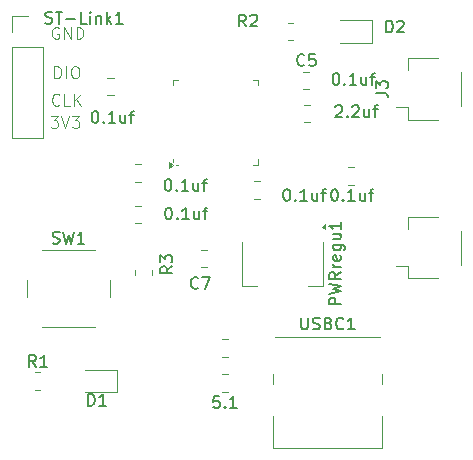
<source format=gbr>
%TF.GenerationSoftware,KiCad,Pcbnew,8.0.5*%
%TF.CreationDate,2025-10-28T17:55:05-05:00*%
%TF.ProjectId,Microcontroller,4d696372-6f63-46f6-9e74-726f6c6c6572,rev?*%
%TF.SameCoordinates,Original*%
%TF.FileFunction,Legend,Top*%
%TF.FilePolarity,Positive*%
%FSLAX46Y46*%
G04 Gerber Fmt 4.6, Leading zero omitted, Abs format (unit mm)*
G04 Created by KiCad (PCBNEW 8.0.5) date 2025-10-28 17:55:05*
%MOMM*%
%LPD*%
G01*
G04 APERTURE LIST*
%ADD10C,0.150000*%
%ADD11C,0.100000*%
%ADD12C,0.120000*%
G04 APERTURE END LIST*
D10*
X106980000Y-110819847D02*
X107075238Y-110819847D01*
X107075238Y-110819847D02*
X107170476Y-110867466D01*
X107170476Y-110867466D02*
X107218095Y-110915085D01*
X107218095Y-110915085D02*
X107265714Y-111010323D01*
X107265714Y-111010323D02*
X107313333Y-111200799D01*
X107313333Y-111200799D02*
X107313333Y-111438894D01*
X107313333Y-111438894D02*
X107265714Y-111629370D01*
X107265714Y-111629370D02*
X107218095Y-111724608D01*
X107218095Y-111724608D02*
X107170476Y-111772228D01*
X107170476Y-111772228D02*
X107075238Y-111819847D01*
X107075238Y-111819847D02*
X106980000Y-111819847D01*
X106980000Y-111819847D02*
X106884762Y-111772228D01*
X106884762Y-111772228D02*
X106837143Y-111724608D01*
X106837143Y-111724608D02*
X106789524Y-111629370D01*
X106789524Y-111629370D02*
X106741905Y-111438894D01*
X106741905Y-111438894D02*
X106741905Y-111200799D01*
X106741905Y-111200799D02*
X106789524Y-111010323D01*
X106789524Y-111010323D02*
X106837143Y-110915085D01*
X106837143Y-110915085D02*
X106884762Y-110867466D01*
X106884762Y-110867466D02*
X106980000Y-110819847D01*
X107741905Y-111724608D02*
X107789524Y-111772228D01*
X107789524Y-111772228D02*
X107741905Y-111819847D01*
X107741905Y-111819847D02*
X107694286Y-111772228D01*
X107694286Y-111772228D02*
X107741905Y-111724608D01*
X107741905Y-111724608D02*
X107741905Y-111819847D01*
X108741904Y-111819847D02*
X108170476Y-111819847D01*
X108456190Y-111819847D02*
X108456190Y-110819847D01*
X108456190Y-110819847D02*
X108360952Y-110962704D01*
X108360952Y-110962704D02*
X108265714Y-111057942D01*
X108265714Y-111057942D02*
X108170476Y-111105561D01*
X109599047Y-111153180D02*
X109599047Y-111819847D01*
X109170476Y-111153180D02*
X109170476Y-111676989D01*
X109170476Y-111676989D02*
X109218095Y-111772228D01*
X109218095Y-111772228D02*
X109313333Y-111819847D01*
X109313333Y-111819847D02*
X109456190Y-111819847D01*
X109456190Y-111819847D02*
X109551428Y-111772228D01*
X109551428Y-111772228D02*
X109599047Y-111724608D01*
X109932381Y-111153180D02*
X110313333Y-111153180D01*
X110075238Y-111819847D02*
X110075238Y-110962704D01*
X110075238Y-110962704D02*
X110122857Y-110867466D01*
X110122857Y-110867466D02*
X110218095Y-110819847D01*
X110218095Y-110819847D02*
X110313333Y-110819847D01*
X106971905Y-113665085D02*
X107019524Y-113617466D01*
X107019524Y-113617466D02*
X107114762Y-113569847D01*
X107114762Y-113569847D02*
X107352857Y-113569847D01*
X107352857Y-113569847D02*
X107448095Y-113617466D01*
X107448095Y-113617466D02*
X107495714Y-113665085D01*
X107495714Y-113665085D02*
X107543333Y-113760323D01*
X107543333Y-113760323D02*
X107543333Y-113855561D01*
X107543333Y-113855561D02*
X107495714Y-113998418D01*
X107495714Y-113998418D02*
X106924286Y-114569847D01*
X106924286Y-114569847D02*
X107543333Y-114569847D01*
X107971905Y-114474608D02*
X108019524Y-114522228D01*
X108019524Y-114522228D02*
X107971905Y-114569847D01*
X107971905Y-114569847D02*
X107924286Y-114522228D01*
X107924286Y-114522228D02*
X107971905Y-114474608D01*
X107971905Y-114474608D02*
X107971905Y-114569847D01*
X108400476Y-113665085D02*
X108448095Y-113617466D01*
X108448095Y-113617466D02*
X108543333Y-113569847D01*
X108543333Y-113569847D02*
X108781428Y-113569847D01*
X108781428Y-113569847D02*
X108876666Y-113617466D01*
X108876666Y-113617466D02*
X108924285Y-113665085D01*
X108924285Y-113665085D02*
X108971904Y-113760323D01*
X108971904Y-113760323D02*
X108971904Y-113855561D01*
X108971904Y-113855561D02*
X108924285Y-113998418D01*
X108924285Y-113998418D02*
X108352857Y-114569847D01*
X108352857Y-114569847D02*
X108971904Y-114569847D01*
X109829047Y-113903180D02*
X109829047Y-114569847D01*
X109400476Y-113903180D02*
X109400476Y-114426989D01*
X109400476Y-114426989D02*
X109448095Y-114522228D01*
X109448095Y-114522228D02*
X109543333Y-114569847D01*
X109543333Y-114569847D02*
X109686190Y-114569847D01*
X109686190Y-114569847D02*
X109781428Y-114522228D01*
X109781428Y-114522228D02*
X109829047Y-114474608D01*
X110162381Y-113903180D02*
X110543333Y-113903180D01*
X110305238Y-114569847D02*
X110305238Y-113712704D01*
X110305238Y-113712704D02*
X110352857Y-113617466D01*
X110352857Y-113617466D02*
X110448095Y-113569847D01*
X110448095Y-113569847D02*
X110543333Y-113569847D01*
X102810000Y-120639847D02*
X102905238Y-120639847D01*
X102905238Y-120639847D02*
X103000476Y-120687466D01*
X103000476Y-120687466D02*
X103048095Y-120735085D01*
X103048095Y-120735085D02*
X103095714Y-120830323D01*
X103095714Y-120830323D02*
X103143333Y-121020799D01*
X103143333Y-121020799D02*
X103143333Y-121258894D01*
X103143333Y-121258894D02*
X103095714Y-121449370D01*
X103095714Y-121449370D02*
X103048095Y-121544608D01*
X103048095Y-121544608D02*
X103000476Y-121592228D01*
X103000476Y-121592228D02*
X102905238Y-121639847D01*
X102905238Y-121639847D02*
X102810000Y-121639847D01*
X102810000Y-121639847D02*
X102714762Y-121592228D01*
X102714762Y-121592228D02*
X102667143Y-121544608D01*
X102667143Y-121544608D02*
X102619524Y-121449370D01*
X102619524Y-121449370D02*
X102571905Y-121258894D01*
X102571905Y-121258894D02*
X102571905Y-121020799D01*
X102571905Y-121020799D02*
X102619524Y-120830323D01*
X102619524Y-120830323D02*
X102667143Y-120735085D01*
X102667143Y-120735085D02*
X102714762Y-120687466D01*
X102714762Y-120687466D02*
X102810000Y-120639847D01*
X103571905Y-121544608D02*
X103619524Y-121592228D01*
X103619524Y-121592228D02*
X103571905Y-121639847D01*
X103571905Y-121639847D02*
X103524286Y-121592228D01*
X103524286Y-121592228D02*
X103571905Y-121544608D01*
X103571905Y-121544608D02*
X103571905Y-121639847D01*
X104571904Y-121639847D02*
X104000476Y-121639847D01*
X104286190Y-121639847D02*
X104286190Y-120639847D01*
X104286190Y-120639847D02*
X104190952Y-120782704D01*
X104190952Y-120782704D02*
X104095714Y-120877942D01*
X104095714Y-120877942D02*
X104000476Y-120925561D01*
X105429047Y-120973180D02*
X105429047Y-121639847D01*
X105000476Y-120973180D02*
X105000476Y-121496989D01*
X105000476Y-121496989D02*
X105048095Y-121592228D01*
X105048095Y-121592228D02*
X105143333Y-121639847D01*
X105143333Y-121639847D02*
X105286190Y-121639847D01*
X105286190Y-121639847D02*
X105381428Y-121592228D01*
X105381428Y-121592228D02*
X105429047Y-121544608D01*
X105762381Y-120973180D02*
X106143333Y-120973180D01*
X105905238Y-121639847D02*
X105905238Y-120782704D01*
X105905238Y-120782704D02*
X105952857Y-120687466D01*
X105952857Y-120687466D02*
X106048095Y-120639847D01*
X106048095Y-120639847D02*
X106143333Y-120639847D01*
X106860000Y-120649847D02*
X106955238Y-120649847D01*
X106955238Y-120649847D02*
X107050476Y-120697466D01*
X107050476Y-120697466D02*
X107098095Y-120745085D01*
X107098095Y-120745085D02*
X107145714Y-120840323D01*
X107145714Y-120840323D02*
X107193333Y-121030799D01*
X107193333Y-121030799D02*
X107193333Y-121268894D01*
X107193333Y-121268894D02*
X107145714Y-121459370D01*
X107145714Y-121459370D02*
X107098095Y-121554608D01*
X107098095Y-121554608D02*
X107050476Y-121602228D01*
X107050476Y-121602228D02*
X106955238Y-121649847D01*
X106955238Y-121649847D02*
X106860000Y-121649847D01*
X106860000Y-121649847D02*
X106764762Y-121602228D01*
X106764762Y-121602228D02*
X106717143Y-121554608D01*
X106717143Y-121554608D02*
X106669524Y-121459370D01*
X106669524Y-121459370D02*
X106621905Y-121268894D01*
X106621905Y-121268894D02*
X106621905Y-121030799D01*
X106621905Y-121030799D02*
X106669524Y-120840323D01*
X106669524Y-120840323D02*
X106717143Y-120745085D01*
X106717143Y-120745085D02*
X106764762Y-120697466D01*
X106764762Y-120697466D02*
X106860000Y-120649847D01*
X107621905Y-121554608D02*
X107669524Y-121602228D01*
X107669524Y-121602228D02*
X107621905Y-121649847D01*
X107621905Y-121649847D02*
X107574286Y-121602228D01*
X107574286Y-121602228D02*
X107621905Y-121554608D01*
X107621905Y-121554608D02*
X107621905Y-121649847D01*
X108621904Y-121649847D02*
X108050476Y-121649847D01*
X108336190Y-121649847D02*
X108336190Y-120649847D01*
X108336190Y-120649847D02*
X108240952Y-120792704D01*
X108240952Y-120792704D02*
X108145714Y-120887942D01*
X108145714Y-120887942D02*
X108050476Y-120935561D01*
X109479047Y-120983180D02*
X109479047Y-121649847D01*
X109050476Y-120983180D02*
X109050476Y-121506989D01*
X109050476Y-121506989D02*
X109098095Y-121602228D01*
X109098095Y-121602228D02*
X109193333Y-121649847D01*
X109193333Y-121649847D02*
X109336190Y-121649847D01*
X109336190Y-121649847D02*
X109431428Y-121602228D01*
X109431428Y-121602228D02*
X109479047Y-121554608D01*
X109812381Y-120983180D02*
X110193333Y-120983180D01*
X109955238Y-121649847D02*
X109955238Y-120792704D01*
X109955238Y-120792704D02*
X110002857Y-120697466D01*
X110002857Y-120697466D02*
X110098095Y-120649847D01*
X110098095Y-120649847D02*
X110193333Y-120649847D01*
X86580000Y-114049847D02*
X86675238Y-114049847D01*
X86675238Y-114049847D02*
X86770476Y-114097466D01*
X86770476Y-114097466D02*
X86818095Y-114145085D01*
X86818095Y-114145085D02*
X86865714Y-114240323D01*
X86865714Y-114240323D02*
X86913333Y-114430799D01*
X86913333Y-114430799D02*
X86913333Y-114668894D01*
X86913333Y-114668894D02*
X86865714Y-114859370D01*
X86865714Y-114859370D02*
X86818095Y-114954608D01*
X86818095Y-114954608D02*
X86770476Y-115002228D01*
X86770476Y-115002228D02*
X86675238Y-115049847D01*
X86675238Y-115049847D02*
X86580000Y-115049847D01*
X86580000Y-115049847D02*
X86484762Y-115002228D01*
X86484762Y-115002228D02*
X86437143Y-114954608D01*
X86437143Y-114954608D02*
X86389524Y-114859370D01*
X86389524Y-114859370D02*
X86341905Y-114668894D01*
X86341905Y-114668894D02*
X86341905Y-114430799D01*
X86341905Y-114430799D02*
X86389524Y-114240323D01*
X86389524Y-114240323D02*
X86437143Y-114145085D01*
X86437143Y-114145085D02*
X86484762Y-114097466D01*
X86484762Y-114097466D02*
X86580000Y-114049847D01*
X87341905Y-114954608D02*
X87389524Y-115002228D01*
X87389524Y-115002228D02*
X87341905Y-115049847D01*
X87341905Y-115049847D02*
X87294286Y-115002228D01*
X87294286Y-115002228D02*
X87341905Y-114954608D01*
X87341905Y-114954608D02*
X87341905Y-115049847D01*
X88341904Y-115049847D02*
X87770476Y-115049847D01*
X88056190Y-115049847D02*
X88056190Y-114049847D01*
X88056190Y-114049847D02*
X87960952Y-114192704D01*
X87960952Y-114192704D02*
X87865714Y-114287942D01*
X87865714Y-114287942D02*
X87770476Y-114335561D01*
X89199047Y-114383180D02*
X89199047Y-115049847D01*
X88770476Y-114383180D02*
X88770476Y-114906989D01*
X88770476Y-114906989D02*
X88818095Y-115002228D01*
X88818095Y-115002228D02*
X88913333Y-115049847D01*
X88913333Y-115049847D02*
X89056190Y-115049847D01*
X89056190Y-115049847D02*
X89151428Y-115002228D01*
X89151428Y-115002228D02*
X89199047Y-114954608D01*
X89532381Y-114383180D02*
X89913333Y-114383180D01*
X89675238Y-115049847D02*
X89675238Y-114192704D01*
X89675238Y-114192704D02*
X89722857Y-114097466D01*
X89722857Y-114097466D02*
X89818095Y-114049847D01*
X89818095Y-114049847D02*
X89913333Y-114049847D01*
X92760000Y-119799847D02*
X92855238Y-119799847D01*
X92855238Y-119799847D02*
X92950476Y-119847466D01*
X92950476Y-119847466D02*
X92998095Y-119895085D01*
X92998095Y-119895085D02*
X93045714Y-119990323D01*
X93045714Y-119990323D02*
X93093333Y-120180799D01*
X93093333Y-120180799D02*
X93093333Y-120418894D01*
X93093333Y-120418894D02*
X93045714Y-120609370D01*
X93045714Y-120609370D02*
X92998095Y-120704608D01*
X92998095Y-120704608D02*
X92950476Y-120752228D01*
X92950476Y-120752228D02*
X92855238Y-120799847D01*
X92855238Y-120799847D02*
X92760000Y-120799847D01*
X92760000Y-120799847D02*
X92664762Y-120752228D01*
X92664762Y-120752228D02*
X92617143Y-120704608D01*
X92617143Y-120704608D02*
X92569524Y-120609370D01*
X92569524Y-120609370D02*
X92521905Y-120418894D01*
X92521905Y-120418894D02*
X92521905Y-120180799D01*
X92521905Y-120180799D02*
X92569524Y-119990323D01*
X92569524Y-119990323D02*
X92617143Y-119895085D01*
X92617143Y-119895085D02*
X92664762Y-119847466D01*
X92664762Y-119847466D02*
X92760000Y-119799847D01*
X93521905Y-120704608D02*
X93569524Y-120752228D01*
X93569524Y-120752228D02*
X93521905Y-120799847D01*
X93521905Y-120799847D02*
X93474286Y-120752228D01*
X93474286Y-120752228D02*
X93521905Y-120704608D01*
X93521905Y-120704608D02*
X93521905Y-120799847D01*
X94521904Y-120799847D02*
X93950476Y-120799847D01*
X94236190Y-120799847D02*
X94236190Y-119799847D01*
X94236190Y-119799847D02*
X94140952Y-119942704D01*
X94140952Y-119942704D02*
X94045714Y-120037942D01*
X94045714Y-120037942D02*
X93950476Y-120085561D01*
X95379047Y-120133180D02*
X95379047Y-120799847D01*
X94950476Y-120133180D02*
X94950476Y-120656989D01*
X94950476Y-120656989D02*
X94998095Y-120752228D01*
X94998095Y-120752228D02*
X95093333Y-120799847D01*
X95093333Y-120799847D02*
X95236190Y-120799847D01*
X95236190Y-120799847D02*
X95331428Y-120752228D01*
X95331428Y-120752228D02*
X95379047Y-120704608D01*
X95712381Y-120133180D02*
X96093333Y-120133180D01*
X95855238Y-120799847D02*
X95855238Y-119942704D01*
X95855238Y-119942704D02*
X95902857Y-119847466D01*
X95902857Y-119847466D02*
X95998095Y-119799847D01*
X95998095Y-119799847D02*
X96093333Y-119799847D01*
X92810000Y-122209847D02*
X92905238Y-122209847D01*
X92905238Y-122209847D02*
X93000476Y-122257466D01*
X93000476Y-122257466D02*
X93048095Y-122305085D01*
X93048095Y-122305085D02*
X93095714Y-122400323D01*
X93095714Y-122400323D02*
X93143333Y-122590799D01*
X93143333Y-122590799D02*
X93143333Y-122828894D01*
X93143333Y-122828894D02*
X93095714Y-123019370D01*
X93095714Y-123019370D02*
X93048095Y-123114608D01*
X93048095Y-123114608D02*
X93000476Y-123162228D01*
X93000476Y-123162228D02*
X92905238Y-123209847D01*
X92905238Y-123209847D02*
X92810000Y-123209847D01*
X92810000Y-123209847D02*
X92714762Y-123162228D01*
X92714762Y-123162228D02*
X92667143Y-123114608D01*
X92667143Y-123114608D02*
X92619524Y-123019370D01*
X92619524Y-123019370D02*
X92571905Y-122828894D01*
X92571905Y-122828894D02*
X92571905Y-122590799D01*
X92571905Y-122590799D02*
X92619524Y-122400323D01*
X92619524Y-122400323D02*
X92667143Y-122305085D01*
X92667143Y-122305085D02*
X92714762Y-122257466D01*
X92714762Y-122257466D02*
X92810000Y-122209847D01*
X93571905Y-123114608D02*
X93619524Y-123162228D01*
X93619524Y-123162228D02*
X93571905Y-123209847D01*
X93571905Y-123209847D02*
X93524286Y-123162228D01*
X93524286Y-123162228D02*
X93571905Y-123114608D01*
X93571905Y-123114608D02*
X93571905Y-123209847D01*
X94571904Y-123209847D02*
X94000476Y-123209847D01*
X94286190Y-123209847D02*
X94286190Y-122209847D01*
X94286190Y-122209847D02*
X94190952Y-122352704D01*
X94190952Y-122352704D02*
X94095714Y-122447942D01*
X94095714Y-122447942D02*
X94000476Y-122495561D01*
X95429047Y-122543180D02*
X95429047Y-123209847D01*
X95000476Y-122543180D02*
X95000476Y-123066989D01*
X95000476Y-123066989D02*
X95048095Y-123162228D01*
X95048095Y-123162228D02*
X95143333Y-123209847D01*
X95143333Y-123209847D02*
X95286190Y-123209847D01*
X95286190Y-123209847D02*
X95381428Y-123162228D01*
X95381428Y-123162228D02*
X95429047Y-123114608D01*
X95762381Y-122543180D02*
X96143333Y-122543180D01*
X95905238Y-123209847D02*
X95905238Y-122352704D01*
X95905238Y-122352704D02*
X95952857Y-122257466D01*
X95952857Y-122257466D02*
X96048095Y-122209847D01*
X96048095Y-122209847D02*
X96143333Y-122209847D01*
D11*
X83537693Y-106990038D02*
X83442455Y-106942419D01*
X83442455Y-106942419D02*
X83299598Y-106942419D01*
X83299598Y-106942419D02*
X83156741Y-106990038D01*
X83156741Y-106990038D02*
X83061503Y-107085276D01*
X83061503Y-107085276D02*
X83013884Y-107180514D01*
X83013884Y-107180514D02*
X82966265Y-107370990D01*
X82966265Y-107370990D02*
X82966265Y-107513847D01*
X82966265Y-107513847D02*
X83013884Y-107704323D01*
X83013884Y-107704323D02*
X83061503Y-107799561D01*
X83061503Y-107799561D02*
X83156741Y-107894800D01*
X83156741Y-107894800D02*
X83299598Y-107942419D01*
X83299598Y-107942419D02*
X83394836Y-107942419D01*
X83394836Y-107942419D02*
X83537693Y-107894800D01*
X83537693Y-107894800D02*
X83585312Y-107847180D01*
X83585312Y-107847180D02*
X83585312Y-107513847D01*
X83585312Y-107513847D02*
X83394836Y-107513847D01*
X84013884Y-107942419D02*
X84013884Y-106942419D01*
X84013884Y-106942419D02*
X84585312Y-107942419D01*
X84585312Y-107942419D02*
X84585312Y-106942419D01*
X85061503Y-107942419D02*
X85061503Y-106942419D01*
X85061503Y-106942419D02*
X85299598Y-106942419D01*
X85299598Y-106942419D02*
X85442455Y-106990038D01*
X85442455Y-106990038D02*
X85537693Y-107085276D01*
X85537693Y-107085276D02*
X85585312Y-107180514D01*
X85585312Y-107180514D02*
X85632931Y-107370990D01*
X85632931Y-107370990D02*
X85632931Y-107513847D01*
X85632931Y-107513847D02*
X85585312Y-107704323D01*
X85585312Y-107704323D02*
X85537693Y-107799561D01*
X85537693Y-107799561D02*
X85442455Y-107894800D01*
X85442455Y-107894800D02*
X85299598Y-107942419D01*
X85299598Y-107942419D02*
X85061503Y-107942419D01*
X83183884Y-111252419D02*
X83183884Y-110252419D01*
X83183884Y-110252419D02*
X83421979Y-110252419D01*
X83421979Y-110252419D02*
X83564836Y-110300038D01*
X83564836Y-110300038D02*
X83660074Y-110395276D01*
X83660074Y-110395276D02*
X83707693Y-110490514D01*
X83707693Y-110490514D02*
X83755312Y-110680990D01*
X83755312Y-110680990D02*
X83755312Y-110823847D01*
X83755312Y-110823847D02*
X83707693Y-111014323D01*
X83707693Y-111014323D02*
X83660074Y-111109561D01*
X83660074Y-111109561D02*
X83564836Y-111204800D01*
X83564836Y-111204800D02*
X83421979Y-111252419D01*
X83421979Y-111252419D02*
X83183884Y-111252419D01*
X84183884Y-111252419D02*
X84183884Y-110252419D01*
X84850550Y-110252419D02*
X85041026Y-110252419D01*
X85041026Y-110252419D02*
X85136264Y-110300038D01*
X85136264Y-110300038D02*
X85231502Y-110395276D01*
X85231502Y-110395276D02*
X85279121Y-110585752D01*
X85279121Y-110585752D02*
X85279121Y-110919085D01*
X85279121Y-110919085D02*
X85231502Y-111109561D01*
X85231502Y-111109561D02*
X85136264Y-111204800D01*
X85136264Y-111204800D02*
X85041026Y-111252419D01*
X85041026Y-111252419D02*
X84850550Y-111252419D01*
X84850550Y-111252419D02*
X84755312Y-111204800D01*
X84755312Y-111204800D02*
X84660074Y-111109561D01*
X84660074Y-111109561D02*
X84612455Y-110919085D01*
X84612455Y-110919085D02*
X84612455Y-110585752D01*
X84612455Y-110585752D02*
X84660074Y-110395276D01*
X84660074Y-110395276D02*
X84755312Y-110300038D01*
X84755312Y-110300038D02*
X84850550Y-110252419D01*
X82858646Y-114462419D02*
X83477693Y-114462419D01*
X83477693Y-114462419D02*
X83144360Y-114843371D01*
X83144360Y-114843371D02*
X83287217Y-114843371D01*
X83287217Y-114843371D02*
X83382455Y-114890990D01*
X83382455Y-114890990D02*
X83430074Y-114938609D01*
X83430074Y-114938609D02*
X83477693Y-115033847D01*
X83477693Y-115033847D02*
X83477693Y-115271942D01*
X83477693Y-115271942D02*
X83430074Y-115367180D01*
X83430074Y-115367180D02*
X83382455Y-115414800D01*
X83382455Y-115414800D02*
X83287217Y-115462419D01*
X83287217Y-115462419D02*
X83001503Y-115462419D01*
X83001503Y-115462419D02*
X82906265Y-115414800D01*
X82906265Y-115414800D02*
X82858646Y-115367180D01*
X83763408Y-114462419D02*
X84096741Y-115462419D01*
X84096741Y-115462419D02*
X84430074Y-114462419D01*
X84668170Y-114462419D02*
X85287217Y-114462419D01*
X85287217Y-114462419D02*
X84953884Y-114843371D01*
X84953884Y-114843371D02*
X85096741Y-114843371D01*
X85096741Y-114843371D02*
X85191979Y-114890990D01*
X85191979Y-114890990D02*
X85239598Y-114938609D01*
X85239598Y-114938609D02*
X85287217Y-115033847D01*
X85287217Y-115033847D02*
X85287217Y-115271942D01*
X85287217Y-115271942D02*
X85239598Y-115367180D01*
X85239598Y-115367180D02*
X85191979Y-115414800D01*
X85191979Y-115414800D02*
X85096741Y-115462419D01*
X85096741Y-115462419D02*
X84811027Y-115462419D01*
X84811027Y-115462419D02*
X84715789Y-115414800D01*
X84715789Y-115414800D02*
X84668170Y-115367180D01*
X83605312Y-113497180D02*
X83557693Y-113544800D01*
X83557693Y-113544800D02*
X83414836Y-113592419D01*
X83414836Y-113592419D02*
X83319598Y-113592419D01*
X83319598Y-113592419D02*
X83176741Y-113544800D01*
X83176741Y-113544800D02*
X83081503Y-113449561D01*
X83081503Y-113449561D02*
X83033884Y-113354323D01*
X83033884Y-113354323D02*
X82986265Y-113163847D01*
X82986265Y-113163847D02*
X82986265Y-113020990D01*
X82986265Y-113020990D02*
X83033884Y-112830514D01*
X83033884Y-112830514D02*
X83081503Y-112735276D01*
X83081503Y-112735276D02*
X83176741Y-112640038D01*
X83176741Y-112640038D02*
X83319598Y-112592419D01*
X83319598Y-112592419D02*
X83414836Y-112592419D01*
X83414836Y-112592419D02*
X83557693Y-112640038D01*
X83557693Y-112640038D02*
X83605312Y-112687657D01*
X84510074Y-113592419D02*
X84033884Y-113592419D01*
X84033884Y-113592419D02*
X84033884Y-112592419D01*
X84843408Y-113592419D02*
X84843408Y-112592419D01*
X85414836Y-113592419D02*
X84986265Y-113020990D01*
X85414836Y-112592419D02*
X84843408Y-113163847D01*
D10*
X97146309Y-138174819D02*
X96670119Y-138174819D01*
X96670119Y-138174819D02*
X96622500Y-138651009D01*
X96622500Y-138651009D02*
X96670119Y-138603390D01*
X96670119Y-138603390D02*
X96765357Y-138555771D01*
X96765357Y-138555771D02*
X97003452Y-138555771D01*
X97003452Y-138555771D02*
X97098690Y-138603390D01*
X97098690Y-138603390D02*
X97146309Y-138651009D01*
X97146309Y-138651009D02*
X97193928Y-138746247D01*
X97193928Y-138746247D02*
X97193928Y-138984342D01*
X97193928Y-138984342D02*
X97146309Y-139079580D01*
X97146309Y-139079580D02*
X97098690Y-139127200D01*
X97098690Y-139127200D02*
X97003452Y-139174819D01*
X97003452Y-139174819D02*
X96765357Y-139174819D01*
X96765357Y-139174819D02*
X96670119Y-139127200D01*
X96670119Y-139127200D02*
X96622500Y-139079580D01*
X97622500Y-139079580D02*
X97670119Y-139127200D01*
X97670119Y-139127200D02*
X97622500Y-139174819D01*
X97622500Y-139174819D02*
X97574881Y-139127200D01*
X97574881Y-139127200D02*
X97622500Y-139079580D01*
X97622500Y-139079580D02*
X97622500Y-139174819D01*
X98622499Y-139174819D02*
X98051071Y-139174819D01*
X98336785Y-139174819D02*
X98336785Y-138174819D01*
X98336785Y-138174819D02*
X98241547Y-138317676D01*
X98241547Y-138317676D02*
X98146309Y-138412914D01*
X98146309Y-138412914D02*
X98051071Y-138460533D01*
X95353333Y-129019580D02*
X95305714Y-129067200D01*
X95305714Y-129067200D02*
X95162857Y-129114819D01*
X95162857Y-129114819D02*
X95067619Y-129114819D01*
X95067619Y-129114819D02*
X94924762Y-129067200D01*
X94924762Y-129067200D02*
X94829524Y-128971961D01*
X94829524Y-128971961D02*
X94781905Y-128876723D01*
X94781905Y-128876723D02*
X94734286Y-128686247D01*
X94734286Y-128686247D02*
X94734286Y-128543390D01*
X94734286Y-128543390D02*
X94781905Y-128352914D01*
X94781905Y-128352914D02*
X94829524Y-128257676D01*
X94829524Y-128257676D02*
X94924762Y-128162438D01*
X94924762Y-128162438D02*
X95067619Y-128114819D01*
X95067619Y-128114819D02*
X95162857Y-128114819D01*
X95162857Y-128114819D02*
X95305714Y-128162438D01*
X95305714Y-128162438D02*
X95353333Y-128210057D01*
X95686667Y-128114819D02*
X96353333Y-128114819D01*
X96353333Y-128114819D02*
X95924762Y-129114819D01*
X83046667Y-125217200D02*
X83189524Y-125264819D01*
X83189524Y-125264819D02*
X83427619Y-125264819D01*
X83427619Y-125264819D02*
X83522857Y-125217200D01*
X83522857Y-125217200D02*
X83570476Y-125169580D01*
X83570476Y-125169580D02*
X83618095Y-125074342D01*
X83618095Y-125074342D02*
X83618095Y-124979104D01*
X83618095Y-124979104D02*
X83570476Y-124883866D01*
X83570476Y-124883866D02*
X83522857Y-124836247D01*
X83522857Y-124836247D02*
X83427619Y-124788628D01*
X83427619Y-124788628D02*
X83237143Y-124741009D01*
X83237143Y-124741009D02*
X83141905Y-124693390D01*
X83141905Y-124693390D02*
X83094286Y-124645771D01*
X83094286Y-124645771D02*
X83046667Y-124550533D01*
X83046667Y-124550533D02*
X83046667Y-124455295D01*
X83046667Y-124455295D02*
X83094286Y-124360057D01*
X83094286Y-124360057D02*
X83141905Y-124312438D01*
X83141905Y-124312438D02*
X83237143Y-124264819D01*
X83237143Y-124264819D02*
X83475238Y-124264819D01*
X83475238Y-124264819D02*
X83618095Y-124312438D01*
X83951429Y-124264819D02*
X84189524Y-125264819D01*
X84189524Y-125264819D02*
X84380000Y-124550533D01*
X84380000Y-124550533D02*
X84570476Y-125264819D01*
X84570476Y-125264819D02*
X84808572Y-124264819D01*
X85713333Y-125264819D02*
X85141905Y-125264819D01*
X85427619Y-125264819D02*
X85427619Y-124264819D01*
X85427619Y-124264819D02*
X85332381Y-124407676D01*
X85332381Y-124407676D02*
X85237143Y-124502914D01*
X85237143Y-124502914D02*
X85141905Y-124550533D01*
X111261905Y-107384819D02*
X111261905Y-106384819D01*
X111261905Y-106384819D02*
X111500000Y-106384819D01*
X111500000Y-106384819D02*
X111642857Y-106432438D01*
X111642857Y-106432438D02*
X111738095Y-106527676D01*
X111738095Y-106527676D02*
X111785714Y-106622914D01*
X111785714Y-106622914D02*
X111833333Y-106813390D01*
X111833333Y-106813390D02*
X111833333Y-106956247D01*
X111833333Y-106956247D02*
X111785714Y-107146723D01*
X111785714Y-107146723D02*
X111738095Y-107241961D01*
X111738095Y-107241961D02*
X111642857Y-107337200D01*
X111642857Y-107337200D02*
X111500000Y-107384819D01*
X111500000Y-107384819D02*
X111261905Y-107384819D01*
X112214286Y-106480057D02*
X112261905Y-106432438D01*
X112261905Y-106432438D02*
X112357143Y-106384819D01*
X112357143Y-106384819D02*
X112595238Y-106384819D01*
X112595238Y-106384819D02*
X112690476Y-106432438D01*
X112690476Y-106432438D02*
X112738095Y-106480057D01*
X112738095Y-106480057D02*
X112785714Y-106575295D01*
X112785714Y-106575295D02*
X112785714Y-106670533D01*
X112785714Y-106670533D02*
X112738095Y-106813390D01*
X112738095Y-106813390D02*
X112166667Y-107384819D01*
X112166667Y-107384819D02*
X112785714Y-107384819D01*
X104066905Y-131524819D02*
X104066905Y-132334342D01*
X104066905Y-132334342D02*
X104114524Y-132429580D01*
X104114524Y-132429580D02*
X104162143Y-132477200D01*
X104162143Y-132477200D02*
X104257381Y-132524819D01*
X104257381Y-132524819D02*
X104447857Y-132524819D01*
X104447857Y-132524819D02*
X104543095Y-132477200D01*
X104543095Y-132477200D02*
X104590714Y-132429580D01*
X104590714Y-132429580D02*
X104638333Y-132334342D01*
X104638333Y-132334342D02*
X104638333Y-131524819D01*
X105066905Y-132477200D02*
X105209762Y-132524819D01*
X105209762Y-132524819D02*
X105447857Y-132524819D01*
X105447857Y-132524819D02*
X105543095Y-132477200D01*
X105543095Y-132477200D02*
X105590714Y-132429580D01*
X105590714Y-132429580D02*
X105638333Y-132334342D01*
X105638333Y-132334342D02*
X105638333Y-132239104D01*
X105638333Y-132239104D02*
X105590714Y-132143866D01*
X105590714Y-132143866D02*
X105543095Y-132096247D01*
X105543095Y-132096247D02*
X105447857Y-132048628D01*
X105447857Y-132048628D02*
X105257381Y-132001009D01*
X105257381Y-132001009D02*
X105162143Y-131953390D01*
X105162143Y-131953390D02*
X105114524Y-131905771D01*
X105114524Y-131905771D02*
X105066905Y-131810533D01*
X105066905Y-131810533D02*
X105066905Y-131715295D01*
X105066905Y-131715295D02*
X105114524Y-131620057D01*
X105114524Y-131620057D02*
X105162143Y-131572438D01*
X105162143Y-131572438D02*
X105257381Y-131524819D01*
X105257381Y-131524819D02*
X105495476Y-131524819D01*
X105495476Y-131524819D02*
X105638333Y-131572438D01*
X106400238Y-132001009D02*
X106543095Y-132048628D01*
X106543095Y-132048628D02*
X106590714Y-132096247D01*
X106590714Y-132096247D02*
X106638333Y-132191485D01*
X106638333Y-132191485D02*
X106638333Y-132334342D01*
X106638333Y-132334342D02*
X106590714Y-132429580D01*
X106590714Y-132429580D02*
X106543095Y-132477200D01*
X106543095Y-132477200D02*
X106447857Y-132524819D01*
X106447857Y-132524819D02*
X106066905Y-132524819D01*
X106066905Y-132524819D02*
X106066905Y-131524819D01*
X106066905Y-131524819D02*
X106400238Y-131524819D01*
X106400238Y-131524819D02*
X106495476Y-131572438D01*
X106495476Y-131572438D02*
X106543095Y-131620057D01*
X106543095Y-131620057D02*
X106590714Y-131715295D01*
X106590714Y-131715295D02*
X106590714Y-131810533D01*
X106590714Y-131810533D02*
X106543095Y-131905771D01*
X106543095Y-131905771D02*
X106495476Y-131953390D01*
X106495476Y-131953390D02*
X106400238Y-132001009D01*
X106400238Y-132001009D02*
X106066905Y-132001009D01*
X107638333Y-132429580D02*
X107590714Y-132477200D01*
X107590714Y-132477200D02*
X107447857Y-132524819D01*
X107447857Y-132524819D02*
X107352619Y-132524819D01*
X107352619Y-132524819D02*
X107209762Y-132477200D01*
X107209762Y-132477200D02*
X107114524Y-132381961D01*
X107114524Y-132381961D02*
X107066905Y-132286723D01*
X107066905Y-132286723D02*
X107019286Y-132096247D01*
X107019286Y-132096247D02*
X107019286Y-131953390D01*
X107019286Y-131953390D02*
X107066905Y-131762914D01*
X107066905Y-131762914D02*
X107114524Y-131667676D01*
X107114524Y-131667676D02*
X107209762Y-131572438D01*
X107209762Y-131572438D02*
X107352619Y-131524819D01*
X107352619Y-131524819D02*
X107447857Y-131524819D01*
X107447857Y-131524819D02*
X107590714Y-131572438D01*
X107590714Y-131572438D02*
X107638333Y-131620057D01*
X108590714Y-132524819D02*
X108019286Y-132524819D01*
X108305000Y-132524819D02*
X108305000Y-131524819D01*
X108305000Y-131524819D02*
X108209762Y-131667676D01*
X108209762Y-131667676D02*
X108114524Y-131762914D01*
X108114524Y-131762914D02*
X108019286Y-131810533D01*
X110394819Y-112503333D02*
X111109104Y-112503333D01*
X111109104Y-112503333D02*
X111251961Y-112550952D01*
X111251961Y-112550952D02*
X111347200Y-112646190D01*
X111347200Y-112646190D02*
X111394819Y-112789047D01*
X111394819Y-112789047D02*
X111394819Y-112884285D01*
X110394819Y-112122380D02*
X110394819Y-111503333D01*
X110394819Y-111503333D02*
X110775771Y-111836666D01*
X110775771Y-111836666D02*
X110775771Y-111693809D01*
X110775771Y-111693809D02*
X110823390Y-111598571D01*
X110823390Y-111598571D02*
X110871009Y-111550952D01*
X110871009Y-111550952D02*
X110966247Y-111503333D01*
X110966247Y-111503333D02*
X111204342Y-111503333D01*
X111204342Y-111503333D02*
X111299580Y-111550952D01*
X111299580Y-111550952D02*
X111347200Y-111598571D01*
X111347200Y-111598571D02*
X111394819Y-111693809D01*
X111394819Y-111693809D02*
X111394819Y-111979523D01*
X111394819Y-111979523D02*
X111347200Y-112074761D01*
X111347200Y-112074761D02*
X111299580Y-112122380D01*
X107444819Y-130412380D02*
X106444819Y-130412380D01*
X106444819Y-130412380D02*
X106444819Y-130031428D01*
X106444819Y-130031428D02*
X106492438Y-129936190D01*
X106492438Y-129936190D02*
X106540057Y-129888571D01*
X106540057Y-129888571D02*
X106635295Y-129840952D01*
X106635295Y-129840952D02*
X106778152Y-129840952D01*
X106778152Y-129840952D02*
X106873390Y-129888571D01*
X106873390Y-129888571D02*
X106921009Y-129936190D01*
X106921009Y-129936190D02*
X106968628Y-130031428D01*
X106968628Y-130031428D02*
X106968628Y-130412380D01*
X106444819Y-129507618D02*
X107444819Y-129269523D01*
X107444819Y-129269523D02*
X106730533Y-129079047D01*
X106730533Y-129079047D02*
X107444819Y-128888571D01*
X107444819Y-128888571D02*
X106444819Y-128650476D01*
X107444819Y-127698095D02*
X106968628Y-128031428D01*
X107444819Y-128269523D02*
X106444819Y-128269523D01*
X106444819Y-128269523D02*
X106444819Y-127888571D01*
X106444819Y-127888571D02*
X106492438Y-127793333D01*
X106492438Y-127793333D02*
X106540057Y-127745714D01*
X106540057Y-127745714D02*
X106635295Y-127698095D01*
X106635295Y-127698095D02*
X106778152Y-127698095D01*
X106778152Y-127698095D02*
X106873390Y-127745714D01*
X106873390Y-127745714D02*
X106921009Y-127793333D01*
X106921009Y-127793333D02*
X106968628Y-127888571D01*
X106968628Y-127888571D02*
X106968628Y-128269523D01*
X107444819Y-127269523D02*
X106778152Y-127269523D01*
X106968628Y-127269523D02*
X106873390Y-127221904D01*
X106873390Y-127221904D02*
X106825771Y-127174285D01*
X106825771Y-127174285D02*
X106778152Y-127079047D01*
X106778152Y-127079047D02*
X106778152Y-126983809D01*
X107397200Y-126269523D02*
X107444819Y-126364761D01*
X107444819Y-126364761D02*
X107444819Y-126555237D01*
X107444819Y-126555237D02*
X107397200Y-126650475D01*
X107397200Y-126650475D02*
X107301961Y-126698094D01*
X107301961Y-126698094D02*
X106921009Y-126698094D01*
X106921009Y-126698094D02*
X106825771Y-126650475D01*
X106825771Y-126650475D02*
X106778152Y-126555237D01*
X106778152Y-126555237D02*
X106778152Y-126364761D01*
X106778152Y-126364761D02*
X106825771Y-126269523D01*
X106825771Y-126269523D02*
X106921009Y-126221904D01*
X106921009Y-126221904D02*
X107016247Y-126221904D01*
X107016247Y-126221904D02*
X107111485Y-126698094D01*
X106778152Y-125364761D02*
X107587676Y-125364761D01*
X107587676Y-125364761D02*
X107682914Y-125412380D01*
X107682914Y-125412380D02*
X107730533Y-125459999D01*
X107730533Y-125459999D02*
X107778152Y-125555237D01*
X107778152Y-125555237D02*
X107778152Y-125698094D01*
X107778152Y-125698094D02*
X107730533Y-125793332D01*
X107397200Y-125364761D02*
X107444819Y-125459999D01*
X107444819Y-125459999D02*
X107444819Y-125650475D01*
X107444819Y-125650475D02*
X107397200Y-125745713D01*
X107397200Y-125745713D02*
X107349580Y-125793332D01*
X107349580Y-125793332D02*
X107254342Y-125840951D01*
X107254342Y-125840951D02*
X106968628Y-125840951D01*
X106968628Y-125840951D02*
X106873390Y-125793332D01*
X106873390Y-125793332D02*
X106825771Y-125745713D01*
X106825771Y-125745713D02*
X106778152Y-125650475D01*
X106778152Y-125650475D02*
X106778152Y-125459999D01*
X106778152Y-125459999D02*
X106825771Y-125364761D01*
X106778152Y-124459999D02*
X107444819Y-124459999D01*
X106778152Y-124888570D02*
X107301961Y-124888570D01*
X107301961Y-124888570D02*
X107397200Y-124840951D01*
X107397200Y-124840951D02*
X107444819Y-124745713D01*
X107444819Y-124745713D02*
X107444819Y-124602856D01*
X107444819Y-124602856D02*
X107397200Y-124507618D01*
X107397200Y-124507618D02*
X107349580Y-124459999D01*
X107444819Y-123459999D02*
X107444819Y-124031427D01*
X107444819Y-123745713D02*
X106444819Y-123745713D01*
X106444819Y-123745713D02*
X106587676Y-123840951D01*
X106587676Y-123840951D02*
X106682914Y-123936189D01*
X106682914Y-123936189D02*
X106730533Y-124031427D01*
X99393333Y-106884819D02*
X99060000Y-106408628D01*
X98821905Y-106884819D02*
X98821905Y-105884819D01*
X98821905Y-105884819D02*
X99202857Y-105884819D01*
X99202857Y-105884819D02*
X99298095Y-105932438D01*
X99298095Y-105932438D02*
X99345714Y-105980057D01*
X99345714Y-105980057D02*
X99393333Y-106075295D01*
X99393333Y-106075295D02*
X99393333Y-106218152D01*
X99393333Y-106218152D02*
X99345714Y-106313390D01*
X99345714Y-106313390D02*
X99298095Y-106361009D01*
X99298095Y-106361009D02*
X99202857Y-106408628D01*
X99202857Y-106408628D02*
X98821905Y-106408628D01*
X99774286Y-105980057D02*
X99821905Y-105932438D01*
X99821905Y-105932438D02*
X99917143Y-105884819D01*
X99917143Y-105884819D02*
X100155238Y-105884819D01*
X100155238Y-105884819D02*
X100250476Y-105932438D01*
X100250476Y-105932438D02*
X100298095Y-105980057D01*
X100298095Y-105980057D02*
X100345714Y-106075295D01*
X100345714Y-106075295D02*
X100345714Y-106170533D01*
X100345714Y-106170533D02*
X100298095Y-106313390D01*
X100298095Y-106313390D02*
X99726667Y-106884819D01*
X99726667Y-106884819D02*
X100345714Y-106884819D01*
X81608333Y-135694819D02*
X81275000Y-135218628D01*
X81036905Y-135694819D02*
X81036905Y-134694819D01*
X81036905Y-134694819D02*
X81417857Y-134694819D01*
X81417857Y-134694819D02*
X81513095Y-134742438D01*
X81513095Y-134742438D02*
X81560714Y-134790057D01*
X81560714Y-134790057D02*
X81608333Y-134885295D01*
X81608333Y-134885295D02*
X81608333Y-135028152D01*
X81608333Y-135028152D02*
X81560714Y-135123390D01*
X81560714Y-135123390D02*
X81513095Y-135171009D01*
X81513095Y-135171009D02*
X81417857Y-135218628D01*
X81417857Y-135218628D02*
X81036905Y-135218628D01*
X82560714Y-135694819D02*
X81989286Y-135694819D01*
X82275000Y-135694819D02*
X82275000Y-134694819D01*
X82275000Y-134694819D02*
X82179762Y-134837676D01*
X82179762Y-134837676D02*
X82084524Y-134932914D01*
X82084524Y-134932914D02*
X81989286Y-134980533D01*
X82428095Y-106587200D02*
X82570952Y-106634819D01*
X82570952Y-106634819D02*
X82809047Y-106634819D01*
X82809047Y-106634819D02*
X82904285Y-106587200D01*
X82904285Y-106587200D02*
X82951904Y-106539580D01*
X82951904Y-106539580D02*
X82999523Y-106444342D01*
X82999523Y-106444342D02*
X82999523Y-106349104D01*
X82999523Y-106349104D02*
X82951904Y-106253866D01*
X82951904Y-106253866D02*
X82904285Y-106206247D01*
X82904285Y-106206247D02*
X82809047Y-106158628D01*
X82809047Y-106158628D02*
X82618571Y-106111009D01*
X82618571Y-106111009D02*
X82523333Y-106063390D01*
X82523333Y-106063390D02*
X82475714Y-106015771D01*
X82475714Y-106015771D02*
X82428095Y-105920533D01*
X82428095Y-105920533D02*
X82428095Y-105825295D01*
X82428095Y-105825295D02*
X82475714Y-105730057D01*
X82475714Y-105730057D02*
X82523333Y-105682438D01*
X82523333Y-105682438D02*
X82618571Y-105634819D01*
X82618571Y-105634819D02*
X82856666Y-105634819D01*
X82856666Y-105634819D02*
X82999523Y-105682438D01*
X83285238Y-105634819D02*
X83856666Y-105634819D01*
X83570952Y-106634819D02*
X83570952Y-105634819D01*
X84190000Y-106253866D02*
X84951905Y-106253866D01*
X85904285Y-106634819D02*
X85428095Y-106634819D01*
X85428095Y-106634819D02*
X85428095Y-105634819D01*
X86237619Y-106634819D02*
X86237619Y-105968152D01*
X86237619Y-105634819D02*
X86190000Y-105682438D01*
X86190000Y-105682438D02*
X86237619Y-105730057D01*
X86237619Y-105730057D02*
X86285238Y-105682438D01*
X86285238Y-105682438D02*
X86237619Y-105634819D01*
X86237619Y-105634819D02*
X86237619Y-105730057D01*
X86713809Y-105968152D02*
X86713809Y-106634819D01*
X86713809Y-106063390D02*
X86761428Y-106015771D01*
X86761428Y-106015771D02*
X86856666Y-105968152D01*
X86856666Y-105968152D02*
X86999523Y-105968152D01*
X86999523Y-105968152D02*
X87094761Y-106015771D01*
X87094761Y-106015771D02*
X87142380Y-106111009D01*
X87142380Y-106111009D02*
X87142380Y-106634819D01*
X87618571Y-106634819D02*
X87618571Y-105634819D01*
X87713809Y-106253866D02*
X87999523Y-106634819D01*
X87999523Y-105968152D02*
X87618571Y-106349104D01*
X88951904Y-106634819D02*
X88380476Y-106634819D01*
X88666190Y-106634819D02*
X88666190Y-105634819D01*
X88666190Y-105634819D02*
X88570952Y-105777676D01*
X88570952Y-105777676D02*
X88475714Y-105872914D01*
X88475714Y-105872914D02*
X88380476Y-105920533D01*
X104345833Y-110119580D02*
X104298214Y-110167200D01*
X104298214Y-110167200D02*
X104155357Y-110214819D01*
X104155357Y-110214819D02*
X104060119Y-110214819D01*
X104060119Y-110214819D02*
X103917262Y-110167200D01*
X103917262Y-110167200D02*
X103822024Y-110071961D01*
X103822024Y-110071961D02*
X103774405Y-109976723D01*
X103774405Y-109976723D02*
X103726786Y-109786247D01*
X103726786Y-109786247D02*
X103726786Y-109643390D01*
X103726786Y-109643390D02*
X103774405Y-109452914D01*
X103774405Y-109452914D02*
X103822024Y-109357676D01*
X103822024Y-109357676D02*
X103917262Y-109262438D01*
X103917262Y-109262438D02*
X104060119Y-109214819D01*
X104060119Y-109214819D02*
X104155357Y-109214819D01*
X104155357Y-109214819D02*
X104298214Y-109262438D01*
X104298214Y-109262438D02*
X104345833Y-109310057D01*
X105250595Y-109214819D02*
X104774405Y-109214819D01*
X104774405Y-109214819D02*
X104726786Y-109691009D01*
X104726786Y-109691009D02*
X104774405Y-109643390D01*
X104774405Y-109643390D02*
X104869643Y-109595771D01*
X104869643Y-109595771D02*
X105107738Y-109595771D01*
X105107738Y-109595771D02*
X105202976Y-109643390D01*
X105202976Y-109643390D02*
X105250595Y-109691009D01*
X105250595Y-109691009D02*
X105298214Y-109786247D01*
X105298214Y-109786247D02*
X105298214Y-110024342D01*
X105298214Y-110024342D02*
X105250595Y-110119580D01*
X105250595Y-110119580D02*
X105202976Y-110167200D01*
X105202976Y-110167200D02*
X105107738Y-110214819D01*
X105107738Y-110214819D02*
X104869643Y-110214819D01*
X104869643Y-110214819D02*
X104774405Y-110167200D01*
X104774405Y-110167200D02*
X104726786Y-110119580D01*
X93164819Y-127184166D02*
X92688628Y-127517499D01*
X93164819Y-127755594D02*
X92164819Y-127755594D01*
X92164819Y-127755594D02*
X92164819Y-127374642D01*
X92164819Y-127374642D02*
X92212438Y-127279404D01*
X92212438Y-127279404D02*
X92260057Y-127231785D01*
X92260057Y-127231785D02*
X92355295Y-127184166D01*
X92355295Y-127184166D02*
X92498152Y-127184166D01*
X92498152Y-127184166D02*
X92593390Y-127231785D01*
X92593390Y-127231785D02*
X92641009Y-127279404D01*
X92641009Y-127279404D02*
X92688628Y-127374642D01*
X92688628Y-127374642D02*
X92688628Y-127755594D01*
X92164819Y-126850832D02*
X92164819Y-126231785D01*
X92164819Y-126231785D02*
X92545771Y-126565118D01*
X92545771Y-126565118D02*
X92545771Y-126422261D01*
X92545771Y-126422261D02*
X92593390Y-126327023D01*
X92593390Y-126327023D02*
X92641009Y-126279404D01*
X92641009Y-126279404D02*
X92736247Y-126231785D01*
X92736247Y-126231785D02*
X92974342Y-126231785D01*
X92974342Y-126231785D02*
X93069580Y-126279404D01*
X93069580Y-126279404D02*
X93117200Y-126327023D01*
X93117200Y-126327023D02*
X93164819Y-126422261D01*
X93164819Y-126422261D02*
X93164819Y-126707975D01*
X93164819Y-126707975D02*
X93117200Y-126803213D01*
X93117200Y-126803213D02*
X93069580Y-126850832D01*
X86021905Y-138994819D02*
X86021905Y-137994819D01*
X86021905Y-137994819D02*
X86260000Y-137994819D01*
X86260000Y-137994819D02*
X86402857Y-138042438D01*
X86402857Y-138042438D02*
X86498095Y-138137676D01*
X86498095Y-138137676D02*
X86545714Y-138232914D01*
X86545714Y-138232914D02*
X86593333Y-138423390D01*
X86593333Y-138423390D02*
X86593333Y-138566247D01*
X86593333Y-138566247D02*
X86545714Y-138756723D01*
X86545714Y-138756723D02*
X86498095Y-138851961D01*
X86498095Y-138851961D02*
X86402857Y-138947200D01*
X86402857Y-138947200D02*
X86260000Y-138994819D01*
X86260000Y-138994819D02*
X86021905Y-138994819D01*
X87545714Y-138994819D02*
X86974286Y-138994819D01*
X87260000Y-138994819D02*
X87260000Y-137994819D01*
X87260000Y-137994819D02*
X87164762Y-138137676D01*
X87164762Y-138137676D02*
X87069524Y-138232914D01*
X87069524Y-138232914D02*
X86974286Y-138280533D01*
D12*
%TO.C,R5*%
X97849564Y-134855000D02*
X97395436Y-134855000D01*
X97849564Y-133385000D02*
X97395436Y-133385000D01*
%TO.C,5.1*%
X97849564Y-137805000D02*
X97395436Y-137805000D01*
X97849564Y-136335000D02*
X97395436Y-136335000D01*
%TO.C,C6*%
X104338748Y-114965000D02*
X104861252Y-114965000D01*
X104338748Y-113495000D02*
X104861252Y-113495000D01*
%TO.C,C4*%
X89978748Y-120035000D02*
X90501252Y-120035000D01*
X89978748Y-118565000D02*
X90501252Y-118565000D01*
%TO.C,C7*%
X95621248Y-125775000D02*
X96143752Y-125775000D01*
X95621248Y-127245000D02*
X96143752Y-127245000D01*
%TO.C,SW1*%
X80880000Y-128310000D02*
X80880000Y-129810000D01*
X82130000Y-132310000D02*
X86630000Y-132310000D01*
X86630000Y-125810000D02*
X82130000Y-125810000D01*
X87880000Y-129810000D02*
X87880000Y-128310000D01*
%TO.C,D2*%
X107382500Y-108260000D02*
X110067500Y-108260000D01*
X110067500Y-106340000D02*
X107382500Y-106340000D01*
X110067500Y-108260000D02*
X110067500Y-106340000D01*
%TO.C,USBC1*%
X101710000Y-136270000D02*
X101710000Y-137170000D01*
X101710000Y-139870000D02*
X101710000Y-142600000D01*
X101710000Y-142600000D02*
X110900000Y-142600000D01*
X101830000Y-133190000D02*
X110780000Y-133190000D01*
X110900000Y-136270000D02*
X110900000Y-137170000D01*
X110900000Y-139870000D02*
X110900000Y-142600000D01*
%TO.C,J3*%
X113135000Y-109560000D02*
X113135000Y-110610000D01*
X113135000Y-113730000D02*
X112145000Y-113730000D01*
X113135000Y-114780000D02*
X113135000Y-113730000D01*
X115635000Y-109560000D02*
X113135000Y-109560000D01*
X115635000Y-114780000D02*
X113135000Y-114780000D01*
X117605000Y-113610000D02*
X117605000Y-110730000D01*
%TO.C,C1*%
X100101248Y-119985000D02*
X100623752Y-119985000D01*
X100101248Y-121455000D02*
X100623752Y-121455000D01*
%TO.C,PWRregu1*%
X99080000Y-125110000D02*
X99080000Y-128870000D01*
X99080000Y-128870000D02*
X100340000Y-128870000D01*
X105900000Y-125110000D02*
X105900000Y-128870000D01*
X105900000Y-128870000D02*
X104640000Y-128870000D01*
X106130000Y-124070000D02*
X105800000Y-123830000D01*
X106130000Y-123590000D01*
X106130000Y-124070000D01*
G36*
X106130000Y-124070000D02*
G01*
X105800000Y-123830000D01*
X106130000Y-123590000D01*
X106130000Y-124070000D01*
G37*
%TO.C,R2*%
X102970436Y-106565000D02*
X103424564Y-106565000D01*
X102970436Y-108035000D02*
X103424564Y-108035000D01*
%TO.C,U3*%
X93210000Y-111397500D02*
X93685000Y-111397500D01*
X93210000Y-111872500D02*
X93210000Y-111397500D01*
X93210000Y-118142500D02*
X93210000Y-118317500D01*
X93685000Y-118617500D02*
X93450000Y-118617500D01*
X100430000Y-111397500D02*
X99955000Y-111397500D01*
X100430000Y-111872500D02*
X100430000Y-111397500D01*
X100430000Y-118142500D02*
X100430000Y-118617500D01*
X100430000Y-118617500D02*
X99955000Y-118617500D01*
X93210000Y-118617500D02*
X92880000Y-118857500D01*
X92880000Y-118377500D01*
X93210000Y-118617500D01*
G36*
X93210000Y-118617500D02*
G01*
X92880000Y-118857500D01*
X92880000Y-118377500D01*
X93210000Y-118617500D01*
G37*
%TO.C,R1*%
X81547936Y-136155000D02*
X82002064Y-136155000D01*
X81547936Y-137625000D02*
X82002064Y-137625000D01*
%TO.C,ST-Link1*%
X79590000Y-106010000D02*
X80920000Y-106010000D01*
X79590000Y-107340000D02*
X79590000Y-106010000D01*
X79590000Y-108610000D02*
X79590000Y-116290000D01*
X79590000Y-108610000D02*
X82250000Y-108610000D01*
X79590000Y-116290000D02*
X82250000Y-116290000D01*
X82250000Y-108610000D02*
X82250000Y-116290000D01*
%TO.C,C5*%
X104251248Y-112175000D02*
X104773752Y-112175000D01*
X104251248Y-110705000D02*
X104773752Y-110705000D01*
%TO.C,J2*%
X113135000Y-122990000D02*
X113135000Y-124040000D01*
X113135000Y-127160000D02*
X112145000Y-127160000D01*
X113135000Y-128210000D02*
X113135000Y-127160000D01*
X115635000Y-122990000D02*
X113135000Y-122990000D01*
X115635000Y-128210000D02*
X113135000Y-128210000D01*
X117605000Y-127040000D02*
X117605000Y-124160000D01*
%TO.C,C2*%
X87666248Y-111205000D02*
X88188752Y-111205000D01*
X87666248Y-112675000D02*
X88188752Y-112675000D01*
%TO.C,C8*%
X108011248Y-118795000D02*
X108533752Y-118795000D01*
X108011248Y-120265000D02*
X108533752Y-120265000D01*
%TO.C,C3*%
X89968748Y-123545000D02*
X90491252Y-123545000D01*
X89968748Y-122075000D02*
X90491252Y-122075000D01*
%TO.C,R3*%
X89975000Y-127500436D02*
X89975000Y-127954564D01*
X91445000Y-127500436D02*
X91445000Y-127954564D01*
%TO.C,D1*%
X85760000Y-137850000D02*
X88445000Y-137850000D01*
X88445000Y-135930000D02*
X85760000Y-135930000D01*
X88445000Y-137850000D02*
X88445000Y-135930000D01*
%TD*%
M02*

</source>
